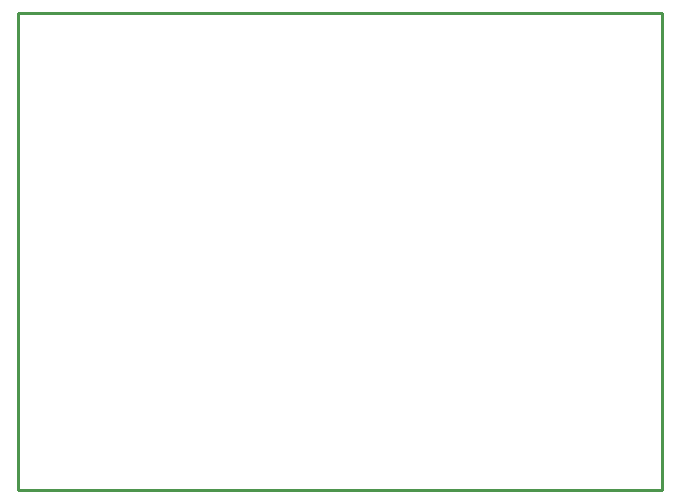
<source format=gbr>
G04 EAGLE Gerber RS-274X export*
G75*
%MOMM*%
%FSLAX34Y34*%
%LPD*%
%IN*%
%IPPOS*%
%AMOC8*
5,1,8,0,0,1.08239X$1,22.5*%
G01*
%ADD10C,0.254000*%


D10*
X0Y0D02*
X545900Y0D01*
X545900Y403100D01*
X0Y403100D01*
X0Y0D01*
M02*

</source>
